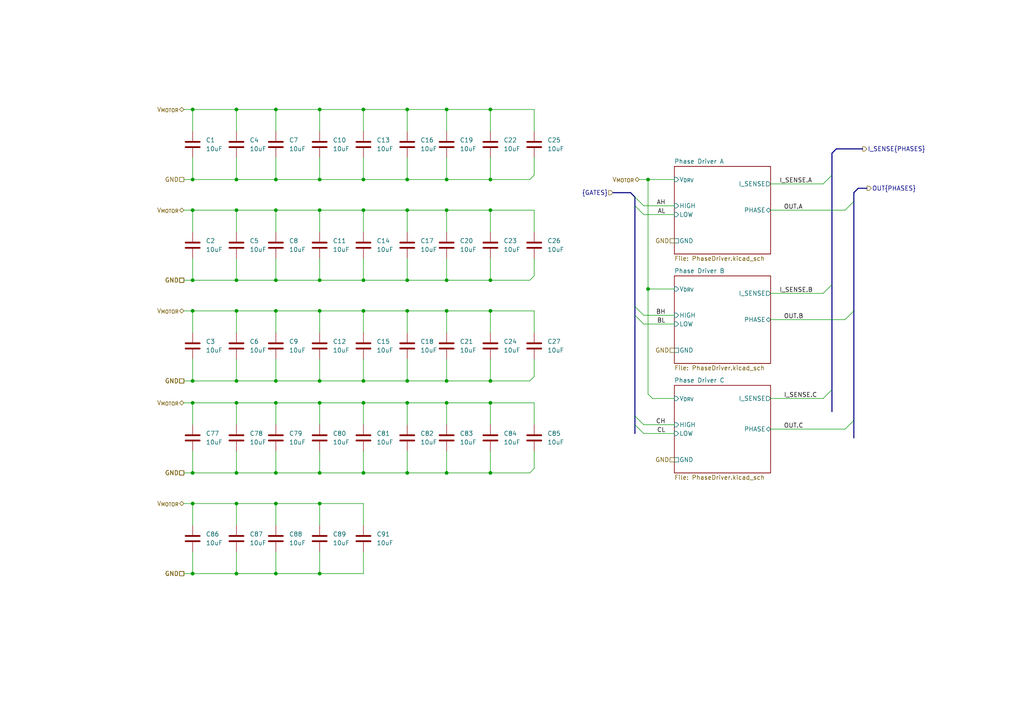
<source format=kicad_sch>
(kicad_sch (version 20231120) (generator "eeschema") (generator_version "8.0")
  (paper "A4")
  (title_block (title "Phase Drivers") (date "2024-05-19") (rev "1") (company "Crab Labs") (comment 1 "Author: Orion Serup"))
  (lib_symbols
    (symbol "Device:C" (pin_numbers hide) (pin_names (offset 0.254))
      (property "Reference" "C" (at 0.635 2.54 0))
      (property "Value" "C" (at 0.635 -2.54 0))
      (symbol "C_0_1"
        (polyline (pts (xy -2.032 -0.762) (xy 2.032 -0.762)) (stroke (width 0.508)))
        (polyline (pts (xy -2.032 0.762) (xy 2.032 0.762)) (stroke (width 0.508)))
      )
      (symbol "C_1_1"
        (pin passive line (at 0 3.81 270) (length 2.794) (name "~") (number "1"))
        (pin passive line (at 0 -3.81 90) (length 2.794) (name "~") (number "2"))
      )
    )
  )
  (bus_alias "DIFF_PHASES" (members "A+" "A-" "B+" "B-" "C+" "C-"))
  (junction (at 118.11 90.17))
  (junction (at 118.11 137.16))
  (junction (at 68.58 60.96))
  (junction (at 142.24 60.96))
  (junction (at 55.88 166.37))
  (junction (at 80.01 166.37))
  (junction (at 68.58 137.16))
  (junction (at 129.54 116.84))
  (junction (at 142.24 31.75))
  (junction (at 55.88 110.49))
  (junction (at 92.71 166.37))
  (junction (at 68.58 81.28))
  (junction (at 118.11 31.75))
  (junction (at 68.58 31.75))
  (junction (at 129.54 31.75))
  (junction (at 92.71 81.28))
  (junction (at 68.58 90.17))
  (junction (at 80.01 52.07))
  (junction (at 105.41 90.17))
  (junction (at 105.41 60.96))
  (junction (at 92.71 146.05))
  (junction (at 129.54 137.16))
  (junction (at 105.41 137.16))
  (junction (at 92.71 90.17))
  (junction (at 80.01 90.17))
  (junction (at 92.71 116.84))
  (junction (at 80.01 81.28))
  (junction (at 68.58 166.37))
  (junction (at 187.96 52.07))
  (junction (at 118.11 60.96))
  (junction (at 118.11 52.07))
  (junction (at 80.01 110.49))
  (junction (at 55.88 31.75))
  (junction (at 55.88 90.17))
  (junction (at 118.11 116.84))
  (junction (at 118.11 81.28))
  (junction (at 80.01 137.16))
  (junction (at 55.88 146.05))
  (junction (at 129.54 110.49))
  (junction (at 92.71 52.07))
  (junction (at 187.96 83.82))
  (junction (at 92.71 60.96))
  (junction (at 80.01 116.84))
  (junction (at 142.24 52.07))
  (junction (at 68.58 116.84))
  (junction (at 129.54 90.17))
  (junction (at 129.54 81.28))
  (junction (at 55.88 52.07))
  (junction (at 105.41 31.75))
  (junction (at 80.01 146.05))
  (junction (at 55.88 116.84))
  (junction (at 129.54 60.96))
  (junction (at 105.41 116.84))
  (junction (at 142.24 110.49))
  (junction (at 118.11 110.49))
  (junction (at 142.24 90.17))
  (junction (at 105.41 52.07))
  (junction (at 68.58 146.05))
  (junction (at 92.71 110.49))
  (junction (at 105.41 110.49))
  (junction (at 92.71 137.16))
  (junction (at 55.88 81.28))
  (junction (at 68.58 110.49))
  (junction (at 142.24 116.84))
  (junction (at 55.88 137.16))
  (junction (at 92.71 31.75))
  (junction (at 68.58 52.07))
  (junction (at 80.01 31.75))
  (junction (at 129.54 52.07))
  (junction (at 55.88 60.96))
  (junction (at 142.24 137.16))
  (junction (at 142.24 81.28))
  (junction (at 105.41 81.28))
  (junction (at 80.01 60.96))
  (bus_entry (at 247.65 90.17) (size -2.54 2.54))
  (bus_entry (at 184.15 120.65) (size 2.54 2.54))
  (bus_entry (at 184.15 88.9) (size 2.54 2.54))
  (bus_entry (at 184.15 59.69) (size 2.54 2.54))
  (bus_entry (at 247.65 121.92) (size -2.54 2.54))
  (bus_entry (at 247.65 58.42) (size -2.54 2.54))
  (bus_entry (at 184.15 57.15) (size 2.54 2.54))
  (bus_entry (at 238.76 115.57) (size 2.54 -2.54))
  (bus_entry (at 238.76 53.34) (size 2.54 -2.54))
  (bus_entry (at 184.15 123.19) (size 2.54 2.54))
  (bus_entry (at 184.15 91.44) (size 2.54 2.54))
  (bus_entry (at 238.76 85.09) (size 2.54 -2.54))
  (wire (pts (xy 118.11 74.93) (xy 118.11 81.28)))
  (wire (pts (xy 68.58 160.02) (xy 68.58 166.37)))
  (wire (pts (xy 53.34 137.16) (xy 55.88 137.16)))
  (wire (pts (xy 68.58 110.49) (xy 80.01 110.49)))
  (wire (pts (xy 154.94 50.8) (xy 153.67 52.07)))
  (wire (pts (xy 80.01 74.93) (xy 80.01 81.28)))
  (wire (pts (xy 105.41 137.16) (xy 118.11 137.16)))
  (wire (pts (xy 142.24 60.96) (xy 142.24 67.31)))
  (wire (pts (xy 80.01 160.02) (xy 80.01 166.37)))
  (wire (pts (xy 55.88 31.75) (xy 55.88 38.1)))
  (bus (pts (xy 184.15 91.44) (xy 184.15 120.65)))
  (wire (pts (xy 55.88 31.75) (xy 68.58 31.75)))
  (wire (pts (xy 55.88 90.17) (xy 68.58 90.17)))
  (wire (pts (xy 68.58 81.28) (xy 80.01 81.28)))
  (wire (pts (xy 68.58 116.84) (xy 80.01 116.84)))
  (wire (pts (xy 55.88 116.84) (xy 68.58 116.84)))
  (wire (pts (xy 53.34 60.96) (xy 55.88 60.96)))
  (wire (pts (xy 68.58 31.75) (xy 68.58 38.1)))
  (wire (pts (xy 187.96 114.3) (xy 189.23 115.57)))
  (wire (pts (xy 80.01 60.96) (xy 92.71 60.96)))
  (wire (pts (xy 55.88 137.16) (xy 68.58 137.16)))
  (wire (pts (xy 68.58 31.75) (xy 80.01 31.75)))
  (bus (pts (xy 247.65 58.42) (xy 247.65 90.17)))
  (wire (pts (xy 68.58 60.96) (xy 80.01 60.96)))
  (wire (pts (xy 68.58 146.05) (xy 80.01 146.05)))
  (wire (pts (xy 92.71 146.05) (xy 92.71 152.4)))
  (wire (pts (xy 223.52 53.34) (xy 238.76 53.34)))
  (wire (pts (xy 80.01 110.49) (xy 92.71 110.49)))
  (wire (pts (xy 53.34 146.05) (xy 55.88 146.05)))
  (wire (pts (xy 92.71 52.07) (xy 105.41 52.07)))
  (wire (pts (xy 92.71 116.84) (xy 92.71 123.19)))
  (wire (pts (xy 55.88 60.96) (xy 68.58 60.96)))
  (wire (pts (xy 129.54 31.75) (xy 129.54 38.1)))
  (wire (pts (xy 92.71 90.17) (xy 105.41 90.17)))
  (wire (pts (xy 186.69 93.98) (xy 195.58 93.98)))
  (wire (pts (xy 105.41 45.72) (xy 105.41 52.07)))
  (wire (pts (xy 80.01 31.75) (xy 80.01 38.1)))
  (wire (pts (xy 80.01 130.81) (xy 80.01 137.16)))
  (wire (pts (xy 68.58 60.96) (xy 68.58 67.31)))
  (bus (pts (xy 250.19 43.18) (xy 242.57 43.18)))
  (wire (pts (xy 92.71 110.49) (xy 105.41 110.49)))
  (wire (pts (xy 55.88 81.28) (xy 68.58 81.28)))
  (wire (pts (xy 53.34 166.37) (xy 55.88 166.37)))
  (wire (pts (xy 154.94 80.01) (xy 153.67 81.28)))
  (wire (pts (xy 142.24 31.75) (xy 142.24 38.1)))
  (wire (pts (xy 80.01 81.28) (xy 92.71 81.28)))
  (wire (pts (xy 187.96 83.82) (xy 195.58 83.82)))
  (wire (pts (xy 154.94 116.84) (xy 154.94 123.19)))
  (wire (pts (xy 92.71 31.75) (xy 92.71 38.1)))
  (wire (pts (xy 53.34 81.28) (xy 55.88 81.28)))
  (wire (pts (xy 129.54 137.16) (xy 142.24 137.16)))
  (wire (pts (xy 92.71 31.75) (xy 105.41 31.75)))
  (wire (pts (xy 154.94 109.22) (xy 153.67 110.49)))
  (wire (pts (xy 80.01 116.84) (xy 92.71 116.84)))
  (wire (pts (xy 105.41 146.05) (xy 105.41 152.4)))
  (wire (pts (xy 55.88 130.81) (xy 55.88 137.16)))
  (wire (pts (xy 92.71 104.14) (xy 92.71 110.49)))
  (wire (pts (xy 92.71 45.72) (xy 92.71 52.07)))
  (wire (pts (xy 92.71 137.16) (xy 105.41 137.16)))
  (wire (pts (xy 55.88 166.37) (xy 68.58 166.37)))
  (wire (pts (xy 105.41 31.75) (xy 118.11 31.75)))
  (wire (pts (xy 185.42 52.07) (xy 187.96 52.07)))
  (wire (pts (xy 105.41 60.96) (xy 105.41 67.31)))
  (wire (pts (xy 142.24 116.84) (xy 154.94 116.84)))
  (wire (pts (xy 129.54 130.81) (xy 129.54 137.16)))
  (wire (pts (xy 80.01 146.05) (xy 80.01 152.4)))
  (wire (pts (xy 142.24 81.28) (xy 153.67 81.28)))
  (wire (pts (xy 55.88 104.14) (xy 55.88 110.49)))
  (wire (pts (xy 223.52 115.57) (xy 238.76 115.57)))
  (wire (pts (xy 142.24 31.75) (xy 154.94 31.75)))
  (wire (pts (xy 154.94 104.14) (xy 154.94 109.22)))
  (wire (pts (xy 105.41 90.17) (xy 105.41 96.52)))
  (wire (pts (xy 186.69 123.19) (xy 195.58 123.19)))
  (bus (pts (xy 184.15 88.9) (xy 184.15 91.44)))
  (wire (pts (xy 68.58 90.17) (xy 68.58 96.52)))
  (wire (pts (xy 105.41 90.17) (xy 118.11 90.17)))
  (wire (pts (xy 55.88 60.96) (xy 55.88 67.31)))
  (wire (pts (xy 55.88 160.02) (xy 55.88 166.37)))
  (wire (pts (xy 55.88 146.05) (xy 68.58 146.05)))
  (wire (pts (xy 92.71 166.37) (xy 105.41 166.37)))
  (wire (pts (xy 105.41 160.02) (xy 105.41 166.37)))
  (wire (pts (xy 53.34 31.75) (xy 55.88 31.75)))
  (wire (pts (xy 105.41 116.84) (xy 118.11 116.84)))
  (wire (pts (xy 80.01 60.96) (xy 80.01 67.31)))
  (bus (pts (xy 184.15 120.65) (xy 184.15 123.19)))
  (wire (pts (xy 80.01 137.16) (xy 92.71 137.16)))
  (wire (pts (xy 142.24 110.49) (xy 153.67 110.49)))
  (wire (pts (xy 92.71 90.17) (xy 92.71 96.52)))
  (wire (pts (xy 118.11 90.17) (xy 129.54 90.17)))
  (bus (pts (xy 241.3 82.55) (xy 241.3 113.03)))
  (bus (pts (xy 177.8 55.88) (xy 182.88 55.88)))
  (wire (pts (xy 118.11 130.81) (xy 118.11 137.16)))
  (wire (pts (xy 92.71 81.28) (xy 105.41 81.28)))
  (bus (pts (xy 242.57 43.18) (xy 241.3 44.45)))
  (wire (pts (xy 68.58 104.14) (xy 68.58 110.49)))
  (wire (pts (xy 92.71 130.81) (xy 92.71 137.16)))
  (wire (pts (xy 142.24 116.84) (xy 142.24 123.19)))
  (wire (pts (xy 80.01 90.17) (xy 80.01 96.52)))
  (wire (pts (xy 55.88 110.49) (xy 68.58 110.49)))
  (wire (pts (xy 142.24 104.14) (xy 142.24 110.49)))
  (wire (pts (xy 118.11 31.75) (xy 129.54 31.75)))
  (wire (pts (xy 80.01 116.84) (xy 80.01 123.19)))
  (wire (pts (xy 68.58 137.16) (xy 80.01 137.16)))
  (wire (pts (xy 186.69 125.73) (xy 195.58 125.73)))
  (wire (pts (xy 187.96 52.07) (xy 195.58 52.07)))
  (wire (pts (xy 105.41 31.75) (xy 105.41 38.1)))
  (wire (pts (xy 142.24 137.16) (xy 153.67 137.16)))
  (wire (pts (xy 55.88 74.93) (xy 55.88 81.28)))
  (wire (pts (xy 189.23 115.57) (xy 195.58 115.57)))
  (bus (pts (xy 184.15 57.15) (xy 184.15 59.69)))
  (wire (pts (xy 55.88 146.05) (xy 55.88 152.4)))
  (bus (pts (xy 247.65 55.88) (xy 247.65 58.42)))
  (bus (pts (xy 248.92 54.61) (xy 247.65 55.88)))
  (wire (pts (xy 187.96 52.07) (xy 187.96 83.82)))
  (wire (pts (xy 223.52 92.71) (xy 245.11 92.71)))
  (wire (pts (xy 142.24 90.17) (xy 154.94 90.17)))
  (wire (pts (xy 142.24 74.93) (xy 142.24 81.28)))
  (bus (pts (xy 184.15 123.19) (xy 184.15 125.73)))
  (wire (pts (xy 186.69 91.44) (xy 195.58 91.44)))
  (wire (pts (xy 80.01 90.17) (xy 92.71 90.17)))
  (wire (pts (xy 118.11 45.72) (xy 118.11 52.07)))
  (bus (pts (xy 247.65 121.92) (xy 247.65 127)))
  (wire (pts (xy 186.69 59.69) (xy 195.58 59.69)))
  (wire (pts (xy 105.41 81.28) (xy 118.11 81.28)))
  (wire (pts (xy 53.34 110.49) (xy 55.88 110.49)))
  (wire (pts (xy 118.11 90.17) (xy 118.11 96.52)))
  (wire (pts (xy 55.88 116.84) (xy 55.88 123.19)))
  (wire (pts (xy 80.01 31.75) (xy 92.71 31.75)))
  (wire (pts (xy 55.88 52.07) (xy 68.58 52.07)))
  (wire (pts (xy 223.52 85.09) (xy 238.76 85.09)))
  (wire (pts (xy 68.58 130.81) (xy 68.58 137.16)))
  (bus (pts (xy 241.3 113.03) (xy 241.3 119.38)))
  (wire (pts (xy 142.24 130.81) (xy 142.24 137.16)))
  (wire (pts (xy 92.71 60.96) (xy 105.41 60.96)))
  (wire (pts (xy 154.94 60.96) (xy 154.94 67.31)))
  (wire (pts (xy 92.71 74.93) (xy 92.71 81.28)))
  (wire (pts (xy 68.58 45.72) (xy 68.58 52.07)))
  (wire (pts (xy 129.54 45.72) (xy 129.54 52.07)))
  (wire (pts (xy 154.94 74.93) (xy 154.94 80.01)))
  (wire (pts (xy 118.11 60.96) (xy 129.54 60.96)))
  (wire (pts (xy 129.54 116.84) (xy 129.54 123.19)))
  (wire (pts (xy 105.41 110.49) (xy 118.11 110.49)))
  (wire (pts (xy 223.52 60.96) (xy 245.11 60.96)))
  (wire (pts (xy 92.71 116.84) (xy 105.41 116.84)))
  (wire (pts (xy 129.54 60.96) (xy 129.54 67.31)))
  (wire (pts (xy 142.24 45.72) (xy 142.24 52.07)))
  (wire (pts (xy 68.58 166.37) (xy 80.01 166.37)))
  (wire (pts (xy 154.94 31.75) (xy 154.94 38.1)))
  (wire (pts (xy 142.24 60.96) (xy 154.94 60.96)))
  (wire (pts (xy 105.41 130.81) (xy 105.41 137.16)))
  (wire (pts (xy 92.71 160.02) (xy 92.71 166.37)))
  (wire (pts (xy 154.94 45.72) (xy 154.94 50.8)))
  (bus (pts (xy 184.15 59.69) (xy 184.15 88.9)))
  (wire (pts (xy 129.54 110.49) (xy 142.24 110.49)))
  (wire (pts (xy 92.71 60.96) (xy 92.71 67.31)))
  (wire (pts (xy 118.11 116.84) (xy 129.54 116.84)))
  (wire (pts (xy 223.52 124.46) (xy 245.11 124.46)))
  (wire (pts (xy 68.58 74.93) (xy 68.58 81.28)))
  (wire (pts (xy 53.34 52.07) (xy 55.88 52.07)))
  (wire (pts (xy 118.11 116.84) (xy 118.11 123.19)))
  (wire (pts (xy 68.58 146.05) (xy 68.58 152.4)))
  (wire (pts (xy 129.54 104.14) (xy 129.54 110.49)))
  (wire (pts (xy 92.71 146.05) (xy 105.41 146.05)))
  (wire (pts (xy 142.24 52.07) (xy 153.67 52.07)))
  (wire (pts (xy 105.41 60.96) (xy 118.11 60.96)))
  (wire (pts (xy 55.88 90.17) (xy 55.88 96.52)))
  (wire (pts (xy 118.11 137.16) (xy 129.54 137.16)))
  (wire (pts (xy 80.01 52.07) (xy 92.71 52.07)))
  (wire (pts (xy 187.96 83.82) (xy 187.96 114.3)))
  (wire (pts (xy 55.88 45.72) (xy 55.88 52.07)))
  (bus (pts (xy 182.88 55.88) (xy 184.15 57.15)))
  (wire (pts (xy 186.69 62.23) (xy 195.58 62.23)))
  (wire (pts (xy 80.01 45.72) (xy 80.01 52.07)))
  (wire (pts (xy 118.11 110.49) (xy 129.54 110.49)))
  (wire (pts (xy 129.54 116.84) (xy 142.24 116.84)))
  (wire (pts (xy 118.11 104.14) (xy 118.11 110.49)))
  (bus (pts (xy 247.65 90.17) (xy 247.65 121.92)))
  (bus (pts (xy 241.3 50.8) (xy 241.3 82.55)))
  (wire (pts (xy 118.11 81.28) (xy 129.54 81.28)))
  (wire (pts (xy 129.54 81.28) (xy 142.24 81.28)))
  (wire (pts (xy 68.58 116.84) (xy 68.58 123.19)))
  (wire (pts (xy 129.54 90.17) (xy 142.24 90.17)))
  (wire (pts (xy 80.01 104.14) (xy 80.01 110.49)))
  (wire (pts (xy 53.34 116.84) (xy 55.88 116.84)))
  (wire (pts (xy 105.41 52.07) (xy 118.11 52.07)))
  (wire (pts (xy 68.58 52.07) (xy 80.01 52.07)))
  (wire (pts (xy 129.54 90.17) (xy 129.54 96.52)))
  (wire (pts (xy 105.41 74.93) (xy 105.41 81.28)))
  (bus (pts (xy 251.46 54.61) (xy 248.92 54.61)))
  (wire (pts (xy 118.11 52.07) (xy 129.54 52.07)))
  (wire (pts (xy 154.94 90.17) (xy 154.94 96.52)))
  (wire (pts (xy 129.54 74.93) (xy 129.54 81.28)))
  (wire (pts (xy 80.01 166.37) (xy 92.71 166.37)))
  (wire (pts (xy 118.11 60.96) (xy 118.11 67.31)))
  (wire (pts (xy 154.94 130.81) (xy 154.94 135.89)))
  (wire (pts (xy 80.01 146.05) (xy 92.71 146.05)))
  (wire (pts (xy 68.58 90.17) (xy 80.01 90.17)))
  (wire (pts (xy 53.34 90.17) (xy 55.88 90.17)))
  (wire (pts (xy 118.11 31.75) (xy 118.11 38.1)))
  (wire (pts (xy 129.54 60.96) (xy 142.24 60.96)))
  (wire (pts (xy 129.54 52.07) (xy 142.24 52.07)))
  (wire (pts (xy 142.24 90.17) (xy 142.24 96.52)))
  (wire (pts (xy 105.41 116.84) (xy 105.41 123.19)))
  (bus (pts (xy 241.3 44.45) (xy 241.3 50.8)))
  (wire (pts (xy 129.54 31.75) (xy 142.24 31.75)))
  (wire (pts (xy 105.41 104.14) (xy 105.41 110.49)))
  (wire (pts (xy 154.94 135.89) (xy 153.67 137.16)))
  (label "AH" (at 193.04 59.69 180))
  (label "BH" (at 193.04 91.44 180))
  (label "CL" (at 193.04 125.73 180))
  (label "OUT.C" (at 227.33 124.46 0))
  (label "BL" (at 193.04 93.98 180))
  (label "I_SENSE.B" (at 226.06 85.09 0))
  (label "OUT.B" (at 227.33 92.71 0))
  (label "I_SENSE.A" (at 226.06 53.34 0))
  (label "OUT.A" (at 227.33 60.96 0))
  (label "AL" (at 193.04 62.23 180))
  (label "I_SENSE.C" (at 227.33 115.57 0))
  (label "CH" (at 193.04 123.19 180))
  (hierarchical_label "V_{MOTOR}" (shape bidirectional) (at 53.34 146.05 180))
  (hierarchical_label "I_SENSE{PHASES}" (shape output) (at 250.19 43.18 0))
  (hierarchical_label "GND" (shape passive) (at 53.34 166.37 180))
  (hierarchical_label "OUT{PHASES}" (shape output) (at 251.46 54.61 0))
  (hierarchical_label "GND" (shape passive) (at 195.58 69.85 180))
  (hierarchical_label "GND" (shape passive) (at 53.34 137.16 180))
  (hierarchical_label "V_{MOTOR}" (shape bidirectional) (at 53.34 116.84 180))
  (hierarchical_label "GND" (shape passive) (at 53.34 166.37 180))
  (hierarchical_label "GND" (shape passive) (at 195.58 133.35 180))
  (hierarchical_label "GND" (shape passive) (at 53.34 110.49 180))
  (hierarchical_label "V_{MOTOR}" (shape bidirectional) (at 53.34 90.17 180))
  (hierarchical_label "V_{MOTOR}" (shape bidirectional) (at 53.34 60.96 180))
  (hierarchical_label "GND" (shape passive) (at 195.58 101.6 180))
  (hierarchical_label "GND" (shape passive) (at 53.34 81.28 180))
  (hierarchical_label "V_{MOTOR}" (shape bidirectional) (at 185.42 52.07 180))
  (hierarchical_label "V_{MOTOR}" (shape bidirectional) (at 53.34 31.75 180))
  (hierarchical_label "GND" (shape passive) (at 53.34 81.28 180))
  (hierarchical_label "{GATES}" (shape input) (at 177.8 55.88 180))
  (hierarchical_label "GND" (shape passive) (at 53.34 137.16 180))
  (hierarchical_label "GND" (shape passive) (at 53.34 52.07 180))
  (hierarchical_label "GND" (shape passive) (at 53.34 110.49 180))
  (symbol (lib_id "Device:C") (at 118.11 127 0) (unit 1)
    (property "Reference" "C82" (at 121.92 125.7299 0) (effects (justify left)))
    (property "Value" "10uF" (at 121.92 128.2699 0) (effects (justify left)))
    (property "Footprint" "Capacitor_SMD:C_1210_3225Metric" (effects (hide yes)))
    (property "Description" "Unpolarized capacitor" (effects (hide yes)))
  )
  (symbol (lib_id "Device:C") (at 55.88 127 0) (unit 1)
    (property "Reference" "C77" (at 59.69 125.7299 0) (effects (justify left)))
    (property "Value" "10uF" (at 59.69 128.2699 0) (effects (justify left)))
    (property "Footprint" "Capacitor_SMD:C_1210_3225Metric" (effects (hide yes)))
    (property "Description" "Unpolarized capacitor" (effects (hide yes)))
  )
  (symbol (lib_id "Device:C") (at 68.58 156.21 0) (unit 1)
    (property "Reference" "C87" (at 72.39 154.9399 0) (effects (justify left)))
    (property "Value" "10uF" (at 72.39 157.4799 0) (effects (justify left)))
    (property "Footprint" "Capacitor_SMD:C_1210_3225Metric" (effects (hide yes)))
    (property "Description" "Unpolarized capacitor" (effects (hide yes)))
  )
  (symbol (lib_id "Device:C") (at 105.41 100.33 0) (unit 1)
    (property "Reference" "C15" (at 109.22 99.0599 0) (effects (justify left)))
    (property "Value" "10uF" (at 109.22 101.5999 0) (effects (justify left)))
    (property "Footprint" "Capacitor_SMD:C_1210_3225Metric" (effects (hide yes)))
    (property "Description" "Unpolarized capacitor" (effects (hide yes)))
  )
  (symbol (lib_id "Device:C") (at 92.71 127 0) (unit 1)
    (property "Reference" "C80" (at 96.52 125.7299 0) (effects (justify left)))
    (property "Value" "10uF" (at 96.52 128.2699 0) (effects (justify left)))
    (property "Footprint" "Capacitor_SMD:C_1210_3225Metric" (effects (hide yes)))
    (property "Description" "Unpolarized capacitor" (effects (hide yes)))
  )
  (symbol (lib_id "Device:C") (at 129.54 127 0) (unit 1)
    (property "Reference" "C83" (at 133.35 125.7299 0) (effects (justify left)))
    (property "Value" "10uF" (at 133.35 128.2699 0) (effects (justify left)))
    (property "Footprint" "Capacitor_SMD:C_1210_3225Metric" (effects (hide yes)))
    (property "Description" "Unpolarized capacitor" (effects (hide yes)))
  )
  (symbol (lib_id "Device:C") (at 92.71 100.33 0) (unit 1)
    (property "Reference" "C12" (at 96.52 99.0599 0) (effects (justify left)))
    (property "Value" "10uF" (at 96.52 101.5999 0) (effects (justify left)))
    (property "Footprint" "Capacitor_SMD:C_1210_3225Metric" (effects (hide yes)))
    (property "Description" "Unpolarized capacitor" (effects (hide yes)))
  )
  (symbol (lib_id "Device:C") (at 142.24 100.33 0) (unit 1)
    (property "Reference" "C24" (at 146.05 99.0599 0) (effects (justify left)))
    (property "Value" "10uF" (at 146.05 101.5999 0) (effects (justify left)))
    (property "Footprint" "Capacitor_SMD:C_1210_3225Metric" (effects (hide yes)))
    (property "Description" "Unpolarized capacitor" (effects (hide yes)))
  )
  (symbol (lib_id "Device:C") (at 118.11 100.33 0) (unit 1)
    (property "Reference" "C18" (at 121.92 99.0599 0) (effects (justify left)))
    (property "Value" "10uF" (at 121.92 101.5999 0) (effects (justify left)))
    (property "Footprint" "Capacitor_SMD:C_1210_3225Metric" (effects (hide yes)))
    (property "Description" "Unpolarized capacitor" (effects (hide yes)))
  )
  (symbol (lib_id "Device:C") (at 92.71 156.21 0) (unit 1)
    (property "Reference" "C89" (at 96.52 154.9399 0) (effects (justify left)))
    (property "Value" "10uF" (at 96.52 157.4799 0) (effects (justify left)))
    (property "Footprint" "Capacitor_SMD:C_1210_3225Metric" (effects (hide yes)))
    (property "Description" "Unpolarized capacitor" (effects (hide yes)))
  )
  (symbol (lib_id "Device:C") (at 105.41 41.91 0) (unit 1)
    (property "Reference" "C13" (at 109.22 40.6399 0) (effects (justify left)))
    (property "Value" "10uF" (at 109.22 43.1799 0) (effects (justify left)))
    (property "Footprint" "Capacitor_SMD:C_1210_3225Metric" (effects (hide yes)))
    (property "Description" "Unpolarized capacitor" (effects (hide yes)))
  )
  (symbol (lib_id "Device:C") (at 105.41 71.12 0) (unit 1)
    (property "Reference" "C14" (at 109.22 69.8499 0) (effects (justify left)))
    (property "Value" "10uF" (at 109.22 72.3899 0) (effects (justify left)))
    (property "Footprint" "Capacitor_SMD:C_1210_3225Metric" (effects (hide yes)))
    (property "Description" "Unpolarized capacitor" (effects (hide yes)))
  )
  (symbol (lib_id "Device:C") (at 118.11 41.91 0) (unit 1)
    (property "Reference" "C16" (at 121.92 40.6399 0) (effects (justify left)))
    (property "Value" "10uF" (at 121.92 43.1799 0) (effects (justify left)))
    (property "Footprint" "Capacitor_SMD:C_1210_3225Metric" (effects (hide yes)))
    (property "Description" "Unpolarized capacitor" (effects (hide yes)))
  )
  (symbol (lib_id "Device:C") (at 118.11 71.12 0) (unit 1)
    (property "Reference" "C17" (at 121.92 69.8499 0) (effects (justify left)))
    (property "Value" "10uF" (at 121.92 72.3899 0) (effects (justify left)))
    (property "Footprint" "Capacitor_SMD:C_1210_3225Metric" (effects (hide yes)))
    (property "Description" "Unpolarized capacitor" (effects (hide yes)))
  )
  (symbol (lib_id "Device:C") (at 80.01 41.91 0) (unit 1)
    (property "Reference" "C7" (at 83.82 40.6399 0) (effects (justify left)))
    (property "Value" "10uF" (at 83.82 43.1799 0) (effects (justify left)))
    (property "Footprint" "Capacitor_SMD:C_1210_3225Metric" (effects (hide yes)))
    (property "Description" "Unpolarized capacitor" (effects (hide yes)))
  )
  (symbol (lib_id "Device:C") (at 129.54 100.33 0) (unit 1)
    (property "Reference" "C21" (at 133.35 99.0599 0) (effects (justify left)))
    (property "Value" "10uF" (at 133.35 101.5999 0) (effects (justify left)))
    (property "Footprint" "Capacitor_SMD:C_1210_3225Metric" (effects (hide yes)))
    (property "Description" "Unpolarized capacitor" (effects (hide yes)))
  )
  (symbol (lib_id "Device:C") (at 129.54 71.12 0) (unit 1)
    (property "Reference" "C20" (at 133.35 69.8499 0) (effects (justify left)))
    (property "Value" "10uF" (at 133.35 72.3899 0) (effects (justify left)))
    (property "Footprint" "Capacitor_SMD:C_1210_3225Metric" (effects (hide yes)))
    (property "Description" "Unpolarized capacitor" (effects (hide yes)))
  )
  (symbol (lib_id "Device:C") (at 55.88 100.33 0) (unit 1)
    (property "Reference" "C3" (at 59.69 99.0599 0) (effects (justify left)))
    (property "Value" "10uF" (at 59.69 101.5999 0) (effects (justify left)))
    (property "Footprint" "Capacitor_SMD:C_1210_3225Metric" (effects (hide yes)))
    (property "Description" "Unpolarized capacitor" (effects (hide yes)))
  )
  (symbol (lib_id "Device:C") (at 142.24 41.91 0) (unit 1)
    (property "Reference" "C22" (at 146.05 40.6399 0) (effects (justify left)))
    (property "Value" "10uF" (at 146.05 43.1799 0) (effects (justify left)))
    (property "Footprint" "Capacitor_SMD:C_1210_3225Metric" (effects (hide yes)))
    (property "Description" "Unpolarized capacitor" (effects (hide yes)))
  )
  (symbol (lib_id "Device:C") (at 68.58 41.91 0) (unit 1)
    (property "Reference" "C4" (at 72.39 40.6399 0) (effects (justify left)))
    (property "Value" "10uF" (at 72.39 43.1799 0) (effects (justify left)))
    (property "Footprint" "Capacitor_SMD:C_1210_3225Metric" (effects (hide yes)))
    (property "Description" "Unpolarized capacitor" (effects (hide yes)))
  )
  (symbol (lib_id "Device:C") (at 142.24 127 0) (unit 1)
    (property "Reference" "C84" (at 146.05 125.7299 0) (effects (justify left)))
    (property "Value" "10uF" (at 146.05 128.2699 0) (effects (justify left)))
    (property "Footprint" "Capacitor_SMD:C_1210_3225Metric" (effects (hide yes)))
    (property "Description" "Unpolarized capacitor" (effects (hide yes)))
  )
  (symbol (lib_id "Device:C") (at 154.94 41.91 0) (unit 1)
    (property "Reference" "C25" (at 158.75 40.6399 0) (effects (justify left)))
    (property "Value" "10uF" (at 158.75 43.1799 0) (effects (justify left)))
    (property "Footprint" "Capacitor_SMD:C_1210_3225Metric" (effects (hide yes)))
    (property "Description" "Unpolarized capacitor" (effects (hide yes)))
  )
  (symbol (lib_id "Device:C") (at 105.41 127 0) (unit 1)
    (property "Reference" "C81" (at 109.22 125.7299 0) (effects (justify left)))
    (property "Value" "10uF" (at 109.22 128.2699 0) (effects (justify left)))
    (property "Footprint" "Capacitor_SMD:C_1210_3225Metric" (effects (hide yes)))
    (property "Description" "Unpolarized capacitor" (effects (hide yes)))
  )
  (symbol (lib_id "Device:C") (at 68.58 127 0) (unit 1)
    (property "Reference" "C78" (at 72.39 125.7299 0) (effects (justify left)))
    (property "Value" "10uF" (at 72.39 128.2699 0) (effects (justify left)))
    (property "Footprint" "Capacitor_SMD:C_1210_3225Metric" (effects (hide yes)))
    (property "Description" "Unpolarized capacitor" (effects (hide yes)))
  )
  (symbol (lib_id "Device:C") (at 154.94 127 0) (unit 1)
    (property "Reference" "C85" (at 158.75 125.7299 0) (effects (justify left)))
    (property "Value" "10uF" (at 158.75 128.2699 0) (effects (justify left)))
    (property "Footprint" "Capacitor_SMD:C_1210_3225Metric" (effects (hide yes)))
    (property "Description" "Unpolarized capacitor" (effects (hide yes)))
  )
  (symbol (lib_id "Device:C") (at 129.54 41.91 0) (unit 1)
    (property "Reference" "C19" (at 133.35 40.6399 0) (effects (justify left)))
    (property "Value" "10uF" (at 133.35 43.1799 0) (effects (justify left)))
    (property "Footprint" "Capacitor_SMD:C_1210_3225Metric" (effects (hide yes)))
    (property "Description" "Unpolarized capacitor" (effects (hide yes)))
  )
  (symbol (lib_id "Device:C") (at 80.01 71.12 0) (unit 1)
    (property "Reference" "C8" (at 83.82 69.8499 0) (effects (justify left)))
    (property "Value" "10uF" (at 83.82 72.3899 0) (effects (justify left)))
    (property "Footprint" "Capacitor_SMD:C_1210_3225Metric" (effects (hide yes)))
    (property "Description" "Unpolarized capacitor" (effects (hide yes)))
  )
  (symbol (lib_id "Device:C") (at 68.58 100.33 0) (unit 1)
    (property "Reference" "C6" (at 72.39 99.0599 0) (effects (justify left)))
    (property "Value" "10uF" (at 72.39 101.5999 0) (effects (justify left)))
    (property "Footprint" "Capacitor_SMD:C_1210_3225Metric" (effects (hide yes)))
    (property "Description" "Unpolarized capacitor" (effects (hide yes)))
  )
  (symbol (lib_id "Device:C") (at 154.94 100.33 0) (unit 1)
    (property "Reference" "C27" (at 158.75 99.0599 0) (effects (justify left)))
    (property "Value" "10uF" (at 158.75 101.5999 0) (effects (justify left)))
    (property "Footprint" "Capacitor_SMD:C_1210_3225Metric" (effects (hide yes)))
    (property "Description" "Unpolarized capacitor" (effects (hide yes)))
  )
  (symbol (lib_id "Device:C") (at 80.01 156.21 0) (unit 1)
    (property "Reference" "C88" (at 83.82 154.9399 0) (effects (justify left)))
    (property "Value" "10uF" (at 83.82 157.4799 0) (effects (justify left)))
    (property "Footprint" "Capacitor_SMD:C_1210_3225Metric" (effects (hide yes)))
    (property "Description" "Unpolarized capacitor" (effects (hide yes)))
  )
  (symbol (lib_id "Device:C") (at 68.58 71.12 0) (unit 1)
    (property "Reference" "C5" (at 72.39 69.8499 0) (effects (justify left)))
    (property "Value" "10uF" (at 72.39 72.3899 0) (effects (justify left)))
    (property "Footprint" "Capacitor_SMD:C_1210_3225Metric" (effects (hide yes)))
    (property "Description" "Unpolarized capacitor" (effects (hide yes)))
  )
  (symbol (lib_id "Device:C") (at 80.01 100.33 0) (unit 1)
    (property "Reference" "C9" (at 83.82 99.0599 0) (effects (justify left)))
    (property "Value" "10uF" (at 83.82 101.5999 0) (effects (justify left)))
    (property "Footprint" "Capacitor_SMD:C_1210_3225Metric" (effects (hide yes)))
    (property "Description" "Unpolarized capacitor" (effects (hide yes)))
  )
  (symbol (lib_id "Device:C") (at 92.71 41.91 0) (unit 1)
    (property "Reference" "C10" (at 96.52 40.6399 0) (effects (justify left)))
    (property "Value" "10uF" (at 96.52 43.1799 0) (effects (justify left)))
    (property "Footprint" "Capacitor_SMD:C_1210_3225Metric" (effects (hide yes)))
    (property "Description" "Unpolarized capacitor" (effects (hide yes)))
  )
  (symbol (lib_id "Device:C") (at 55.88 41.91 0) (unit 1)
    (property "Reference" "C1" (at 59.69 40.6399 0) (effects (justify left)))
    (property "Value" "10uF" (at 59.69 43.1799 0) (effects (justify left)))
    (property "Footprint" "Capacitor_SMD:C_1210_3225Metric" (effects (hide yes)))
    (property "Description" "Unpolarized capacitor" (effects (hide yes)))
  )
  (symbol (lib_id "Device:C") (at 105.41 156.21 0) (unit 1)
    (property "Reference" "C91" (at 109.22 154.9399 0) (effects (justify left)))
    (property "Value" "10uF" (at 109.22 157.4799 0) (effects (justify left)))
    (property "Footprint" "Capacitor_SMD:C_1210_3225Metric" (effects (hide yes)))
    (property "Description" "Unpolarized capacitor" (effects (hide yes)))
  )
  (symbol (lib_id "Device:C") (at 80.01 127 0) (unit 1)
    (property "Reference" "C79" (at 83.82 125.7299 0) (effects (justify left)))
    (property "Value" "10uF" (at 83.82 128.2699 0) (effects (justify left)))
    (property "Footprint" "Capacitor_SMD:C_1210_3225Metric" (effects (hide yes)))
    (property "Description" "Unpolarized capacitor" (effects (hide yes)))
  )
  (symbol (lib_id "Device:C") (at 154.94 71.12 0) (unit 1)
    (property "Reference" "C26" (at 158.75 69.8499 0) (effects (justify left)))
    (property "Value" "10uF" (at 158.75 72.3899 0) (effects (justify left)))
    (property "Footprint" "Capacitor_SMD:C_1210_3225Metric" (effects (hide yes)))
    (property "Description" "Unpolarized capacitor" (effects (hide yes)))
  )
  (symbol (lib_id "Device:C") (at 92.71 71.12 0) (unit 1)
    (property "Reference" "C11" (at 96.52 69.8499 0) (effects (justify left)))
    (property "Value" "10uF" (at 96.52 72.3899 0) (effects (justify left)))
    (property "Footprint" "Capacitor_SMD:C_1210_3225Metric" (effects (hide yes)))
    (property "Description" "Unpolarized capacitor" (effects (hide yes)))
  )
  (symbol (lib_id "Device:C") (at 55.88 71.12 0) (unit 1)
    (property "Reference" "C2" (at 59.69 69.8499 0) (effects (justify left)))
    (property "Value" "10uF" (at 59.69 72.3899 0) (effects (justify left)))
    (property "Footprint" "Capacitor_SMD:C_1210_3225Metric" (effects (hide yes)))
    (property "Description" "Unpolarized capacitor" (effects (hide yes)))
  )
  (symbol (lib_id "Device:C") (at 142.24 71.12 0) (unit 1)
    (property "Reference" "C23" (at 146.05 69.8499 0) (effects (justify left)))
    (property "Value" "10uF" (at 146.05 72.3899 0) (effects (justify left)))
    (property "Footprint" "Capacitor_SMD:C_1210_3225Metric" (effects (hide yes)))
    (property "Description" "Unpolarized capacitor" (effects (hide yes)))
  )
  (symbol (lib_id "Device:C") (at 55.88 156.21 0) (unit 1)
    (property "Reference" "C86" (at 59.69 154.9399 0) (effects (justify left)))
    (property "Value" "10uF" (at 59.69 157.4799 0) (effects (justify left)))
    (property "Footprint" "Capacitor_SMD:C_1210_3225Metric" (effects (hide yes)))
    (property "Description" "Unpolarized capacitor" (effects (hide yes)))
  )
  (sheet (at 195.58 111.76) (size 27.94 25.4) (stroke (width 0.1524))
    (property "Sheetname" "Phase Driver C" (at 195.58 111.0484 0) (effects (justify left bottom)))
    (property "Sheetfile" "PhaseDriver.kicad_sch" (at 195.58 137.7446 0) (effects (justify left top)))
    (pin "HIGH" input (at 195.58 123.19 180))
    (pin "V_{DRV}" input (at 195.58 115.57 180))
    (pin "LOW" input (at 195.58 125.73 180))
    (pin "GND" passive (at 195.58 133.35 180))
    (pin "PHASE" bidirectional (at 223.52 124.46 0))
    (pin "I_SENSE" output (at 223.52 115.57 0))
  )
  (sheet (at 195.58 48.26) (size 27.94 25.4) (stroke (width 0.1524))
    (property "Sheetname" "Phase Driver A" (at 195.58 47.5484 0) (effects (justify left bottom)))
    (property "Sheetfile" "PhaseDriver.kicad_sch" (at 195.58 74.2446 0) (effects (justify left top)))
    (pin "HIGH" input (at 195.58 59.69 180))
    (pin "V_{DRV}" input (at 195.58 52.07 180))
    (pin "LOW" input (at 195.58 62.23 180))
    (pin "GND" passive (at 195.58 69.85 180))
    (pin "PHASE" bidirectional (at 223.52 60.96 0))
    (pin "I_SENSE" output (at 223.52 53.34 0))
  )
  (sheet (at 195.58 80.01) (size 27.94 25.4) (stroke (width 0.1524))
    (property "Sheetname" "Phase Driver B" (at 195.58 79.2984 0) (effects (justify left bottom)))
    (property "Sheetfile" "PhaseDriver.kicad_sch" (at 195.58 105.9946 0) (effects (justify left top)))
    (pin "HIGH" input (at 195.58 91.44 180))
    (pin "V_{DRV}" input (at 195.58 83.82 180))
    (pin "LOW" input (at 195.58 93.98 180))
    (pin "GND" passive (at 195.58 101.6 180))
    (pin "PHASE" bidirectional (at 223.52 92.71 0))
    (pin "I_SENSE" output (at 223.52 85.09 0))
  )
)
</source>
